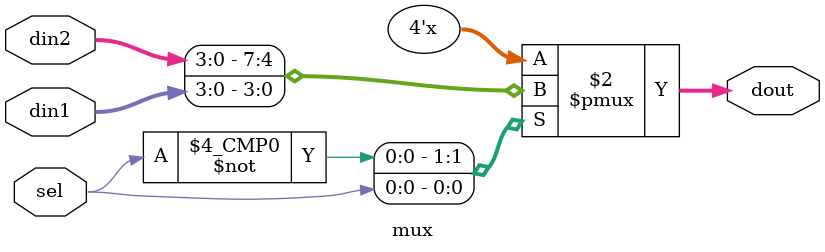
<source format=sv>
module mux( 
    input   [3:0] din1,//编码器的输出结果
    input   [3:0] din2,//候选的4位2进制代码
    input   sel,//选择器
    output  reg [3:0] dout//输出的4位2进制代码
);
    always@(*) begin
        case(sel)
        1'b0: dout = din2;
        1'b1: dout = din1;
        endcase
    end
endmodule
</source>
